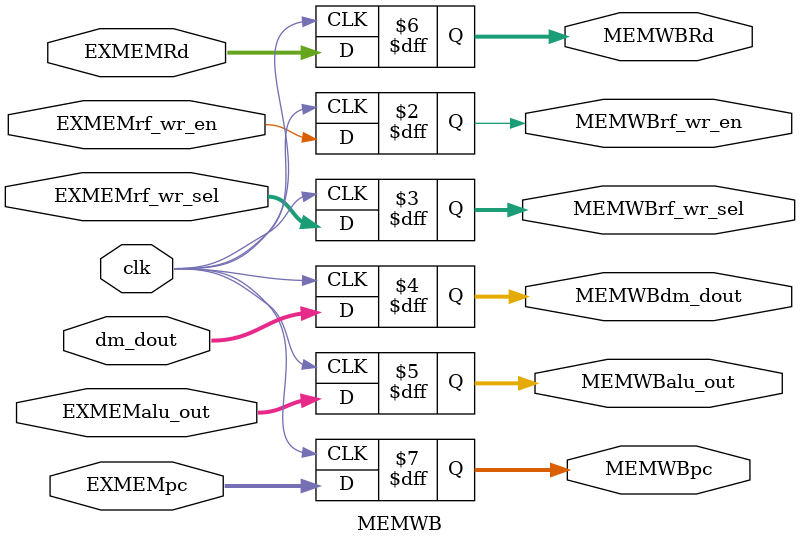
<source format=v>
module MEMWB(
    input clk,

    input EXMEMrf_wr_en,
    input [1:0] EXMEMrf_wr_sel,
    input [31:0] dm_dout,
    input [31:0] EXMEMalu_out,
    input [4:0] EXMEMRd,
    input [31:0] EXMEMpc,

    output reg MEMWBrf_wr_en,
    output reg [1:0] MEMWBrf_wr_sel,
    output reg [31:0] MEMWBdm_dout,
    output reg [31:0] MEMWBalu_out,
    output reg [4:0] MEMWBRd,
    output reg [31:0] MEMWBpc
);

always@(posedge clk) begin
    MEMWBrf_wr_en <= EXMEMrf_wr_en;
    MEMWBrf_wr_sel <= EXMEMrf_wr_sel;
    MEMWBdm_dout <= dm_dout;
    MEMWBalu_out <= EXMEMalu_out;
    MEMWBRd <= EXMEMRd;
    MEMWBpc <= EXMEMpc;
end

endmodule
</source>
